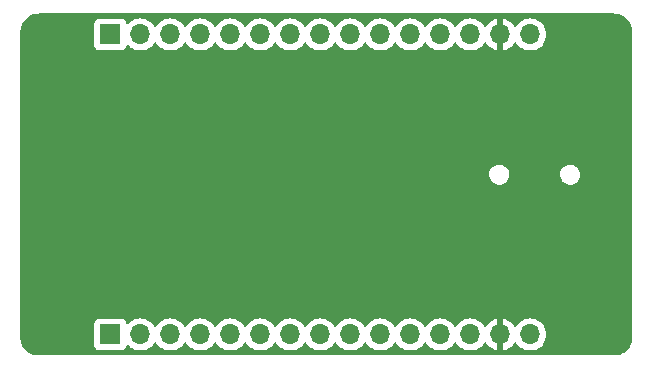
<source format=gbr>
%TF.GenerationSoftware,KiCad,Pcbnew,7.0.9*%
%TF.CreationDate,2023-12-17T12:43:31-08:00*%
%TF.ProjectId,bt_aux,62745f61-7578-42e6-9b69-6361645f7063,rev?*%
%TF.SameCoordinates,Original*%
%TF.FileFunction,Copper,L2,Bot*%
%TF.FilePolarity,Positive*%
%FSLAX46Y46*%
G04 Gerber Fmt 4.6, Leading zero omitted, Abs format (unit mm)*
G04 Created by KiCad (PCBNEW 7.0.9) date 2023-12-17 12:43:31*
%MOMM*%
%LPD*%
G01*
G04 APERTURE LIST*
%TA.AperFunction,ComponentPad*%
%ADD10R,1.700000X1.700000*%
%TD*%
%TA.AperFunction,ComponentPad*%
%ADD11O,1.700000X1.700000*%
%TD*%
%TA.AperFunction,ViaPad*%
%ADD12C,0.800000*%
%TD*%
G04 APERTURE END LIST*
D10*
%TO.P,J1,1,Pin_1*%
%TO.N,unconnected-(J1-Pin_1-Pad1)*%
X127762000Y-116840000D03*
D11*
%TO.P,J1,2,Pin_2*%
%TO.N,unconnected-(J1-Pin_2-Pad2)*%
X130302000Y-116840000D03*
%TO.P,J1,3,Pin_3*%
%TO.N,unconnected-(J1-Pin_3-Pad3)*%
X132842000Y-116840000D03*
%TO.P,J1,4,Pin_4*%
%TO.N,unconnected-(J1-Pin_4-Pad4)*%
X135382000Y-116840000D03*
%TO.P,J1,5,Pin_5*%
%TO.N,unconnected-(J1-Pin_5-Pad5)*%
X137922000Y-116840000D03*
%TO.P,J1,6,Pin_6*%
%TO.N,unconnected-(J1-Pin_6-Pad6)*%
X140462000Y-116840000D03*
%TO.P,J1,7,Pin_7*%
%TO.N,unconnected-(J1-Pin_7-Pad7)*%
X143002000Y-116840000D03*
%TO.P,J1,8,Pin_8*%
%TO.N,unconnected-(J1-Pin_8-Pad8)*%
X145542000Y-116840000D03*
%TO.P,J1,9,Pin_9*%
%TO.N,unconnected-(J1-Pin_9-Pad9)*%
X148082000Y-116840000D03*
%TO.P,J1,10,Pin_10*%
%TO.N,unconnected-(J1-Pin_10-Pad10)*%
X150622000Y-116840000D03*
%TO.P,J1,11,Pin_11*%
%TO.N,unconnected-(J1-Pin_11-Pad11)*%
X153162000Y-116840000D03*
%TO.P,J1,12,Pin_12*%
%TO.N,unconnected-(J1-Pin_12-Pad12)*%
X155702000Y-116840000D03*
%TO.P,J1,13,Pin_13*%
%TO.N,unconnected-(J1-Pin_13-Pad13)*%
X158242000Y-116840000D03*
%TO.P,J1,14,Pin_14*%
%TO.N,GND*%
X160782000Y-116840000D03*
%TO.P,J1,15,Pin_15*%
%TO.N,unconnected-(J1-Pin_15-Pad15)*%
X163322000Y-116840000D03*
%TD*%
D10*
%TO.P,J2,1,Pin_1*%
%TO.N,/lrck*%
X127762000Y-91440000D03*
D11*
%TO.P,J2,2,Pin_2*%
%TO.N,/din*%
X130302000Y-91440000D03*
%TO.P,J2,3,Pin_3*%
%TO.N,unconnected-(J2-Pin_3-Pad3)*%
X132842000Y-91440000D03*
%TO.P,J2,4,Pin_4*%
%TO.N,unconnected-(J2-Pin_4-Pad4)*%
X135382000Y-91440000D03*
%TO.P,J2,5,Pin_5*%
%TO.N,/bck*%
X137922000Y-91440000D03*
%TO.P,J2,6,Pin_6*%
%TO.N,/sck*%
X140462000Y-91440000D03*
%TO.P,J2,7,Pin_7*%
%TO.N,unconnected-(J2-Pin_7-Pad7)*%
X143002000Y-91440000D03*
%TO.P,J2,8,Pin_8*%
%TO.N,unconnected-(J2-Pin_8-Pad8)*%
X145542000Y-91440000D03*
%TO.P,J2,9,Pin_9*%
%TO.N,unconnected-(J2-Pin_9-Pad9)*%
X148082000Y-91440000D03*
%TO.P,J2,10,Pin_10*%
%TO.N,unconnected-(J2-Pin_10-Pad10)*%
X150622000Y-91440000D03*
%TO.P,J2,11,Pin_11*%
%TO.N,unconnected-(J2-Pin_11-Pad11)*%
X153162000Y-91440000D03*
%TO.P,J2,12,Pin_12*%
%TO.N,unconnected-(J2-Pin_12-Pad12)*%
X155702000Y-91440000D03*
%TO.P,J2,13,Pin_13*%
%TO.N,unconnected-(J2-Pin_13-Pad13)*%
X158242000Y-91440000D03*
%TO.P,J2,14,Pin_14*%
%TO.N,GND*%
X160782000Y-91440000D03*
%TO.P,J2,15,Pin_15*%
%TO.N,+3.3V*%
X163322000Y-91440000D03*
%TD*%
D12*
%TO.N,GND*%
X142240000Y-112776000D03*
X124206000Y-112776000D03*
X129540000Y-107442000D03*
X142240000Y-98044000D03*
X147320000Y-107188000D03*
X168402000Y-99568000D03*
X154940000Y-109220000D03*
X150368000Y-113030000D03*
X123952000Y-103886000D03*
X134874000Y-98298000D03*
X124460000Y-108204000D03*
X143002000Y-107696000D03*
X134874000Y-103632000D03*
X154940000Y-101092000D03*
X134874000Y-101346000D03*
%TD*%
%TA.AperFunction,Conductor*%
%TO.N,GND*%
G36*
X170433953Y-89663175D02*
G01*
X170439584Y-89663507D01*
X170487936Y-89666357D01*
X170503729Y-89667487D01*
X170521497Y-89668886D01*
X170553204Y-89671383D01*
X170669261Y-89685118D01*
X170674037Y-89685873D01*
X170786279Y-89708199D01*
X170791000Y-89709333D01*
X170901147Y-89740398D01*
X170905776Y-89741901D01*
X171013135Y-89781508D01*
X171017616Y-89783364D01*
X171054429Y-89800335D01*
X171121544Y-89831276D01*
X171125883Y-89833487D01*
X171225717Y-89889398D01*
X171229869Y-89891942D01*
X171324995Y-89955504D01*
X171328935Y-89958366D01*
X171418789Y-90029201D01*
X171422492Y-90032363D01*
X171501001Y-90104936D01*
X171506519Y-90110036D01*
X171509959Y-90113476D01*
X171540214Y-90146206D01*
X171587635Y-90197506D01*
X171590798Y-90201210D01*
X171661637Y-90291069D01*
X171664492Y-90294998D01*
X171699682Y-90347664D01*
X171728063Y-90390139D01*
X171730602Y-90394281D01*
X171780017Y-90482517D01*
X171786512Y-90494115D01*
X171788723Y-90498454D01*
X171836632Y-90602376D01*
X171838496Y-90606876D01*
X171878097Y-90714221D01*
X171879601Y-90718852D01*
X171910666Y-90828999D01*
X171911803Y-90833735D01*
X171934121Y-90945938D01*
X171934883Y-90950748D01*
X171948619Y-91066796D01*
X171952518Y-91116354D01*
X171953637Y-91131995D01*
X171956825Y-91186047D01*
X171957500Y-91220417D01*
X171957500Y-117059582D01*
X171956825Y-117093953D01*
X171953637Y-117148005D01*
X171952518Y-117163644D01*
X171948619Y-117213204D01*
X171934883Y-117329251D01*
X171934121Y-117334061D01*
X171911799Y-117446282D01*
X171910662Y-117451018D01*
X171879604Y-117561139D01*
X171878100Y-117565771D01*
X171838496Y-117673123D01*
X171836632Y-117677622D01*
X171788728Y-117781534D01*
X171786517Y-117785874D01*
X171730604Y-117885712D01*
X171728060Y-117889864D01*
X171664495Y-117984995D01*
X171661633Y-117988935D01*
X171590798Y-118078790D01*
X171587635Y-118082493D01*
X171509957Y-118166525D01*
X171506513Y-118169968D01*
X171422493Y-118247635D01*
X171418790Y-118250798D01*
X171328930Y-118321637D01*
X171324990Y-118324500D01*
X171229858Y-118388064D01*
X171225705Y-118390609D01*
X171125873Y-118446517D01*
X171121534Y-118448728D01*
X171017622Y-118496632D01*
X171013123Y-118498496D01*
X170905771Y-118538100D01*
X170901139Y-118539604D01*
X170791018Y-118570662D01*
X170786282Y-118571799D01*
X170674061Y-118594121D01*
X170669251Y-118594883D01*
X170578079Y-118605674D01*
X170553203Y-118608619D01*
X170549571Y-118608904D01*
X170503644Y-118612518D01*
X170488005Y-118613637D01*
X170433953Y-118616825D01*
X170399582Y-118617500D01*
X121700418Y-118617500D01*
X121666047Y-118616825D01*
X121611995Y-118613637D01*
X121596354Y-118612518D01*
X121551052Y-118608953D01*
X121546797Y-118608619D01*
X121515132Y-118604871D01*
X121430748Y-118594883D01*
X121425938Y-118594121D01*
X121313717Y-118571799D01*
X121308981Y-118570662D01*
X121198860Y-118539604D01*
X121194228Y-118538100D01*
X121086876Y-118498496D01*
X121082377Y-118496632D01*
X120978465Y-118448728D01*
X120974126Y-118446517D01*
X120874294Y-118390609D01*
X120870141Y-118388064D01*
X120840111Y-118367999D01*
X120774998Y-118324492D01*
X120771069Y-118321637D01*
X120681209Y-118250798D01*
X120677506Y-118247635D01*
X120593474Y-118169957D01*
X120590031Y-118166513D01*
X120512364Y-118082493D01*
X120509201Y-118078790D01*
X120438362Y-117988930D01*
X120435503Y-117984995D01*
X120371934Y-117889856D01*
X120369390Y-117885705D01*
X120313482Y-117785873D01*
X120311271Y-117781534D01*
X120291142Y-117737870D01*
X126411500Y-117737870D01*
X126411501Y-117737876D01*
X126417908Y-117797483D01*
X126468202Y-117932328D01*
X126468206Y-117932335D01*
X126554452Y-118047544D01*
X126554455Y-118047547D01*
X126669664Y-118133793D01*
X126669671Y-118133797D01*
X126804517Y-118184091D01*
X126804516Y-118184091D01*
X126811444Y-118184835D01*
X126864127Y-118190500D01*
X128659872Y-118190499D01*
X128719483Y-118184091D01*
X128854331Y-118133796D01*
X128969546Y-118047546D01*
X129055796Y-117932331D01*
X129104810Y-117800916D01*
X129146681Y-117744984D01*
X129212145Y-117720566D01*
X129280418Y-117735417D01*
X129308673Y-117756569D01*
X129430599Y-117878495D01*
X129527384Y-117946265D01*
X129624165Y-118014032D01*
X129624167Y-118014033D01*
X129624170Y-118014035D01*
X129838337Y-118113903D01*
X130066592Y-118175063D01*
X130243034Y-118190500D01*
X130301999Y-118195659D01*
X130302000Y-118195659D01*
X130302001Y-118195659D01*
X130360966Y-118190500D01*
X130537408Y-118175063D01*
X130765663Y-118113903D01*
X130979830Y-118014035D01*
X131173401Y-117878495D01*
X131340495Y-117711401D01*
X131470425Y-117525842D01*
X131525002Y-117482217D01*
X131594500Y-117475023D01*
X131656855Y-117506546D01*
X131673575Y-117525842D01*
X131803500Y-117711395D01*
X131803505Y-117711401D01*
X131970599Y-117878495D01*
X132067384Y-117946265D01*
X132164165Y-118014032D01*
X132164167Y-118014033D01*
X132164170Y-118014035D01*
X132378337Y-118113903D01*
X132606592Y-118175063D01*
X132783034Y-118190500D01*
X132841999Y-118195659D01*
X132842000Y-118195659D01*
X132842001Y-118195659D01*
X132900966Y-118190500D01*
X133077408Y-118175063D01*
X133305663Y-118113903D01*
X133519830Y-118014035D01*
X133713401Y-117878495D01*
X133880495Y-117711401D01*
X134010425Y-117525842D01*
X134065002Y-117482217D01*
X134134500Y-117475023D01*
X134196855Y-117506546D01*
X134213575Y-117525842D01*
X134343500Y-117711395D01*
X134343505Y-117711401D01*
X134510599Y-117878495D01*
X134607384Y-117946265D01*
X134704165Y-118014032D01*
X134704167Y-118014033D01*
X134704170Y-118014035D01*
X134918337Y-118113903D01*
X135146592Y-118175063D01*
X135323034Y-118190500D01*
X135381999Y-118195659D01*
X135382000Y-118195659D01*
X135382001Y-118195659D01*
X135440966Y-118190500D01*
X135617408Y-118175063D01*
X135845663Y-118113903D01*
X136059830Y-118014035D01*
X136253401Y-117878495D01*
X136420495Y-117711401D01*
X136550425Y-117525842D01*
X136605002Y-117482217D01*
X136674500Y-117475023D01*
X136736855Y-117506546D01*
X136753575Y-117525842D01*
X136883500Y-117711395D01*
X136883505Y-117711401D01*
X137050599Y-117878495D01*
X137147384Y-117946265D01*
X137244165Y-118014032D01*
X137244167Y-118014033D01*
X137244170Y-118014035D01*
X137458337Y-118113903D01*
X137686592Y-118175063D01*
X137863034Y-118190500D01*
X137921999Y-118195659D01*
X137922000Y-118195659D01*
X137922001Y-118195659D01*
X137980966Y-118190500D01*
X138157408Y-118175063D01*
X138385663Y-118113903D01*
X138599830Y-118014035D01*
X138793401Y-117878495D01*
X138960495Y-117711401D01*
X139090425Y-117525842D01*
X139145002Y-117482217D01*
X139214500Y-117475023D01*
X139276855Y-117506546D01*
X139293575Y-117525842D01*
X139423500Y-117711395D01*
X139423505Y-117711401D01*
X139590599Y-117878495D01*
X139687384Y-117946265D01*
X139784165Y-118014032D01*
X139784167Y-118014033D01*
X139784170Y-118014035D01*
X139998337Y-118113903D01*
X140226592Y-118175063D01*
X140403034Y-118190500D01*
X140461999Y-118195659D01*
X140462000Y-118195659D01*
X140462001Y-118195659D01*
X140520966Y-118190500D01*
X140697408Y-118175063D01*
X140925663Y-118113903D01*
X141139830Y-118014035D01*
X141333401Y-117878495D01*
X141500495Y-117711401D01*
X141630425Y-117525842D01*
X141685002Y-117482217D01*
X141754500Y-117475023D01*
X141816855Y-117506546D01*
X141833575Y-117525842D01*
X141963500Y-117711395D01*
X141963505Y-117711401D01*
X142130599Y-117878495D01*
X142227384Y-117946265D01*
X142324165Y-118014032D01*
X142324167Y-118014033D01*
X142324170Y-118014035D01*
X142538337Y-118113903D01*
X142766592Y-118175063D01*
X142943034Y-118190500D01*
X143001999Y-118195659D01*
X143002000Y-118195659D01*
X143002001Y-118195659D01*
X143060966Y-118190500D01*
X143237408Y-118175063D01*
X143465663Y-118113903D01*
X143679830Y-118014035D01*
X143873401Y-117878495D01*
X144040495Y-117711401D01*
X144170425Y-117525842D01*
X144225002Y-117482217D01*
X144294500Y-117475023D01*
X144356855Y-117506546D01*
X144373575Y-117525842D01*
X144503500Y-117711395D01*
X144503505Y-117711401D01*
X144670599Y-117878495D01*
X144767384Y-117946265D01*
X144864165Y-118014032D01*
X144864167Y-118014033D01*
X144864170Y-118014035D01*
X145078337Y-118113903D01*
X145306592Y-118175063D01*
X145483034Y-118190500D01*
X145541999Y-118195659D01*
X145542000Y-118195659D01*
X145542001Y-118195659D01*
X145600966Y-118190500D01*
X145777408Y-118175063D01*
X146005663Y-118113903D01*
X146219830Y-118014035D01*
X146413401Y-117878495D01*
X146580495Y-117711401D01*
X146710425Y-117525842D01*
X146765002Y-117482217D01*
X146834500Y-117475023D01*
X146896855Y-117506546D01*
X146913575Y-117525842D01*
X147043500Y-117711395D01*
X147043505Y-117711401D01*
X147210599Y-117878495D01*
X147307384Y-117946265D01*
X147404165Y-118014032D01*
X147404167Y-118014033D01*
X147404170Y-118014035D01*
X147618337Y-118113903D01*
X147846592Y-118175063D01*
X148023034Y-118190500D01*
X148081999Y-118195659D01*
X148082000Y-118195659D01*
X148082001Y-118195659D01*
X148140966Y-118190500D01*
X148317408Y-118175063D01*
X148545663Y-118113903D01*
X148759830Y-118014035D01*
X148953401Y-117878495D01*
X149120495Y-117711401D01*
X149250425Y-117525842D01*
X149305002Y-117482217D01*
X149374500Y-117475023D01*
X149436855Y-117506546D01*
X149453575Y-117525842D01*
X149583500Y-117711395D01*
X149583505Y-117711401D01*
X149750599Y-117878495D01*
X149847384Y-117946265D01*
X149944165Y-118014032D01*
X149944167Y-118014033D01*
X149944170Y-118014035D01*
X150158337Y-118113903D01*
X150386592Y-118175063D01*
X150563034Y-118190500D01*
X150621999Y-118195659D01*
X150622000Y-118195659D01*
X150622001Y-118195659D01*
X150680966Y-118190500D01*
X150857408Y-118175063D01*
X151085663Y-118113903D01*
X151299830Y-118014035D01*
X151493401Y-117878495D01*
X151660495Y-117711401D01*
X151790425Y-117525842D01*
X151845002Y-117482217D01*
X151914500Y-117475023D01*
X151976855Y-117506546D01*
X151993575Y-117525842D01*
X152123500Y-117711395D01*
X152123505Y-117711401D01*
X152290599Y-117878495D01*
X152387384Y-117946265D01*
X152484165Y-118014032D01*
X152484167Y-118014033D01*
X152484170Y-118014035D01*
X152698337Y-118113903D01*
X152926592Y-118175063D01*
X153103034Y-118190500D01*
X153161999Y-118195659D01*
X153162000Y-118195659D01*
X153162001Y-118195659D01*
X153220966Y-118190500D01*
X153397408Y-118175063D01*
X153625663Y-118113903D01*
X153839830Y-118014035D01*
X154033401Y-117878495D01*
X154200495Y-117711401D01*
X154330425Y-117525842D01*
X154385002Y-117482217D01*
X154454500Y-117475023D01*
X154516855Y-117506546D01*
X154533575Y-117525842D01*
X154663500Y-117711395D01*
X154663505Y-117711401D01*
X154830599Y-117878495D01*
X154927384Y-117946265D01*
X155024165Y-118014032D01*
X155024167Y-118014033D01*
X155024170Y-118014035D01*
X155238337Y-118113903D01*
X155466592Y-118175063D01*
X155643034Y-118190500D01*
X155701999Y-118195659D01*
X155702000Y-118195659D01*
X155702001Y-118195659D01*
X155760966Y-118190500D01*
X155937408Y-118175063D01*
X156165663Y-118113903D01*
X156379830Y-118014035D01*
X156573401Y-117878495D01*
X156740495Y-117711401D01*
X156870425Y-117525842D01*
X156925002Y-117482217D01*
X156994500Y-117475023D01*
X157056855Y-117506546D01*
X157073575Y-117525842D01*
X157203500Y-117711395D01*
X157203505Y-117711401D01*
X157370599Y-117878495D01*
X157467384Y-117946265D01*
X157564165Y-118014032D01*
X157564167Y-118014033D01*
X157564170Y-118014035D01*
X157778337Y-118113903D01*
X158006592Y-118175063D01*
X158183034Y-118190500D01*
X158241999Y-118195659D01*
X158242000Y-118195659D01*
X158242001Y-118195659D01*
X158300966Y-118190500D01*
X158477408Y-118175063D01*
X158705663Y-118113903D01*
X158919830Y-118014035D01*
X159113401Y-117878495D01*
X159280495Y-117711401D01*
X159410730Y-117525405D01*
X159465307Y-117481781D01*
X159534805Y-117474587D01*
X159597160Y-117506110D01*
X159613879Y-117525405D01*
X159743890Y-117711078D01*
X159910917Y-117878105D01*
X160104421Y-118013600D01*
X160318507Y-118113429D01*
X160318516Y-118113433D01*
X160532000Y-118170634D01*
X160532000Y-117275501D01*
X160639685Y-117324680D01*
X160746237Y-117340000D01*
X160817763Y-117340000D01*
X160924315Y-117324680D01*
X161032000Y-117275501D01*
X161032000Y-118170633D01*
X161245483Y-118113433D01*
X161245492Y-118113429D01*
X161459578Y-118013600D01*
X161653082Y-117878105D01*
X161820105Y-117711082D01*
X161950119Y-117525405D01*
X162004696Y-117481781D01*
X162074195Y-117474588D01*
X162136549Y-117506110D01*
X162153269Y-117525405D01*
X162283505Y-117711401D01*
X162450599Y-117878495D01*
X162547384Y-117946265D01*
X162644165Y-118014032D01*
X162644167Y-118014033D01*
X162644170Y-118014035D01*
X162858337Y-118113903D01*
X163086592Y-118175063D01*
X163263034Y-118190500D01*
X163321999Y-118195659D01*
X163322000Y-118195659D01*
X163322001Y-118195659D01*
X163380966Y-118190500D01*
X163557408Y-118175063D01*
X163785663Y-118113903D01*
X163999830Y-118014035D01*
X164193401Y-117878495D01*
X164360495Y-117711401D01*
X164496035Y-117517830D01*
X164595903Y-117303663D01*
X164657063Y-117075408D01*
X164677659Y-116840000D01*
X164657063Y-116604592D01*
X164595903Y-116376337D01*
X164496035Y-116162171D01*
X164490731Y-116154595D01*
X164360494Y-115968597D01*
X164193402Y-115801506D01*
X164193395Y-115801501D01*
X163999834Y-115665967D01*
X163999830Y-115665965D01*
X163999828Y-115665964D01*
X163785663Y-115566097D01*
X163785659Y-115566096D01*
X163785655Y-115566094D01*
X163557413Y-115504938D01*
X163557403Y-115504936D01*
X163322001Y-115484341D01*
X163321999Y-115484341D01*
X163086596Y-115504936D01*
X163086586Y-115504938D01*
X162858344Y-115566094D01*
X162858335Y-115566098D01*
X162644171Y-115665964D01*
X162644169Y-115665965D01*
X162450597Y-115801505D01*
X162283508Y-115968594D01*
X162153269Y-116154595D01*
X162098692Y-116198219D01*
X162029193Y-116205412D01*
X161966839Y-116173890D01*
X161950119Y-116154594D01*
X161820113Y-115968926D01*
X161820108Y-115968920D01*
X161653082Y-115801894D01*
X161459578Y-115666399D01*
X161245492Y-115566570D01*
X161245486Y-115566567D01*
X161032000Y-115509364D01*
X161032000Y-116404498D01*
X160924315Y-116355320D01*
X160817763Y-116340000D01*
X160746237Y-116340000D01*
X160639685Y-116355320D01*
X160532000Y-116404498D01*
X160532000Y-115509364D01*
X160531999Y-115509364D01*
X160318513Y-115566567D01*
X160318507Y-115566570D01*
X160104422Y-115666399D01*
X160104420Y-115666400D01*
X159910926Y-115801886D01*
X159910920Y-115801891D01*
X159743891Y-115968920D01*
X159743890Y-115968922D01*
X159613880Y-116154595D01*
X159559303Y-116198219D01*
X159489804Y-116205412D01*
X159427450Y-116173890D01*
X159410730Y-116154594D01*
X159280494Y-115968597D01*
X159113402Y-115801506D01*
X159113395Y-115801501D01*
X158919834Y-115665967D01*
X158919830Y-115665965D01*
X158919828Y-115665964D01*
X158705663Y-115566097D01*
X158705659Y-115566096D01*
X158705655Y-115566094D01*
X158477413Y-115504938D01*
X158477403Y-115504936D01*
X158242001Y-115484341D01*
X158241999Y-115484341D01*
X158006596Y-115504936D01*
X158006586Y-115504938D01*
X157778344Y-115566094D01*
X157778335Y-115566098D01*
X157564171Y-115665964D01*
X157564169Y-115665965D01*
X157370597Y-115801505D01*
X157203505Y-115968597D01*
X157073575Y-116154158D01*
X157018998Y-116197783D01*
X156949500Y-116204977D01*
X156887145Y-116173454D01*
X156870425Y-116154158D01*
X156740494Y-115968597D01*
X156573402Y-115801506D01*
X156573395Y-115801501D01*
X156379834Y-115665967D01*
X156379830Y-115665965D01*
X156379828Y-115665964D01*
X156165663Y-115566097D01*
X156165659Y-115566096D01*
X156165655Y-115566094D01*
X155937413Y-115504938D01*
X155937403Y-115504936D01*
X155702001Y-115484341D01*
X155701999Y-115484341D01*
X155466596Y-115504936D01*
X155466586Y-115504938D01*
X155238344Y-115566094D01*
X155238335Y-115566098D01*
X155024171Y-115665964D01*
X155024169Y-115665965D01*
X154830597Y-115801505D01*
X154663505Y-115968597D01*
X154533575Y-116154158D01*
X154478998Y-116197783D01*
X154409500Y-116204977D01*
X154347145Y-116173454D01*
X154330425Y-116154158D01*
X154200494Y-115968597D01*
X154033402Y-115801506D01*
X154033395Y-115801501D01*
X153839834Y-115665967D01*
X153839830Y-115665965D01*
X153839828Y-115665964D01*
X153625663Y-115566097D01*
X153625659Y-115566096D01*
X153625655Y-115566094D01*
X153397413Y-115504938D01*
X153397403Y-115504936D01*
X153162001Y-115484341D01*
X153161999Y-115484341D01*
X152926596Y-115504936D01*
X152926586Y-115504938D01*
X152698344Y-115566094D01*
X152698335Y-115566098D01*
X152484171Y-115665964D01*
X152484169Y-115665965D01*
X152290597Y-115801505D01*
X152123505Y-115968597D01*
X151993575Y-116154158D01*
X151938998Y-116197783D01*
X151869500Y-116204977D01*
X151807145Y-116173454D01*
X151790425Y-116154158D01*
X151660494Y-115968597D01*
X151493402Y-115801506D01*
X151493395Y-115801501D01*
X151299834Y-115665967D01*
X151299830Y-115665965D01*
X151299828Y-115665964D01*
X151085663Y-115566097D01*
X151085659Y-115566096D01*
X151085655Y-115566094D01*
X150857413Y-115504938D01*
X150857403Y-115504936D01*
X150622001Y-115484341D01*
X150621999Y-115484341D01*
X150386596Y-115504936D01*
X150386586Y-115504938D01*
X150158344Y-115566094D01*
X150158335Y-115566098D01*
X149944171Y-115665964D01*
X149944169Y-115665965D01*
X149750597Y-115801505D01*
X149583505Y-115968597D01*
X149453575Y-116154158D01*
X149398998Y-116197783D01*
X149329500Y-116204977D01*
X149267145Y-116173454D01*
X149250425Y-116154158D01*
X149120494Y-115968597D01*
X148953402Y-115801506D01*
X148953395Y-115801501D01*
X148759834Y-115665967D01*
X148759830Y-115665965D01*
X148759828Y-115665964D01*
X148545663Y-115566097D01*
X148545659Y-115566096D01*
X148545655Y-115566094D01*
X148317413Y-115504938D01*
X148317403Y-115504936D01*
X148082001Y-115484341D01*
X148081999Y-115484341D01*
X147846596Y-115504936D01*
X147846586Y-115504938D01*
X147618344Y-115566094D01*
X147618335Y-115566098D01*
X147404171Y-115665964D01*
X147404169Y-115665965D01*
X147210597Y-115801505D01*
X147043505Y-115968597D01*
X146913575Y-116154158D01*
X146858998Y-116197783D01*
X146789500Y-116204977D01*
X146727145Y-116173454D01*
X146710425Y-116154158D01*
X146580494Y-115968597D01*
X146413402Y-115801506D01*
X146413395Y-115801501D01*
X146219834Y-115665967D01*
X146219830Y-115665965D01*
X146219828Y-115665964D01*
X146005663Y-115566097D01*
X146005659Y-115566096D01*
X146005655Y-115566094D01*
X145777413Y-115504938D01*
X145777403Y-115504936D01*
X145542001Y-115484341D01*
X145541999Y-115484341D01*
X145306596Y-115504936D01*
X145306586Y-115504938D01*
X145078344Y-115566094D01*
X145078335Y-115566098D01*
X144864171Y-115665964D01*
X144864169Y-115665965D01*
X144670597Y-115801505D01*
X144503505Y-115968597D01*
X144373575Y-116154158D01*
X144318998Y-116197783D01*
X144249500Y-116204977D01*
X144187145Y-116173454D01*
X144170425Y-116154158D01*
X144040494Y-115968597D01*
X143873402Y-115801506D01*
X143873395Y-115801501D01*
X143679834Y-115665967D01*
X143679830Y-115665965D01*
X143679828Y-115665964D01*
X143465663Y-115566097D01*
X143465659Y-115566096D01*
X143465655Y-115566094D01*
X143237413Y-115504938D01*
X143237403Y-115504936D01*
X143002001Y-115484341D01*
X143001999Y-115484341D01*
X142766596Y-115504936D01*
X142766586Y-115504938D01*
X142538344Y-115566094D01*
X142538335Y-115566098D01*
X142324171Y-115665964D01*
X142324169Y-115665965D01*
X142130597Y-115801505D01*
X141963505Y-115968597D01*
X141833575Y-116154158D01*
X141778998Y-116197783D01*
X141709500Y-116204977D01*
X141647145Y-116173454D01*
X141630425Y-116154158D01*
X141500494Y-115968597D01*
X141333402Y-115801506D01*
X141333395Y-115801501D01*
X141139834Y-115665967D01*
X141139830Y-115665965D01*
X141139828Y-115665964D01*
X140925663Y-115566097D01*
X140925659Y-115566096D01*
X140925655Y-115566094D01*
X140697413Y-115504938D01*
X140697403Y-115504936D01*
X140462001Y-115484341D01*
X140461999Y-115484341D01*
X140226596Y-115504936D01*
X140226586Y-115504938D01*
X139998344Y-115566094D01*
X139998335Y-115566098D01*
X139784171Y-115665964D01*
X139784169Y-115665965D01*
X139590597Y-115801505D01*
X139423505Y-115968597D01*
X139293575Y-116154158D01*
X139238998Y-116197783D01*
X139169500Y-116204977D01*
X139107145Y-116173454D01*
X139090425Y-116154158D01*
X138960494Y-115968597D01*
X138793402Y-115801506D01*
X138793395Y-115801501D01*
X138599834Y-115665967D01*
X138599830Y-115665965D01*
X138599828Y-115665964D01*
X138385663Y-115566097D01*
X138385659Y-115566096D01*
X138385655Y-115566094D01*
X138157413Y-115504938D01*
X138157403Y-115504936D01*
X137922001Y-115484341D01*
X137921999Y-115484341D01*
X137686596Y-115504936D01*
X137686586Y-115504938D01*
X137458344Y-115566094D01*
X137458335Y-115566098D01*
X137244171Y-115665964D01*
X137244169Y-115665965D01*
X137050597Y-115801505D01*
X136883505Y-115968597D01*
X136753575Y-116154158D01*
X136698998Y-116197783D01*
X136629500Y-116204977D01*
X136567145Y-116173454D01*
X136550425Y-116154158D01*
X136420494Y-115968597D01*
X136253402Y-115801506D01*
X136253395Y-115801501D01*
X136059834Y-115665967D01*
X136059830Y-115665965D01*
X136059828Y-115665964D01*
X135845663Y-115566097D01*
X135845659Y-115566096D01*
X135845655Y-115566094D01*
X135617413Y-115504938D01*
X135617403Y-115504936D01*
X135382001Y-115484341D01*
X135381999Y-115484341D01*
X135146596Y-115504936D01*
X135146586Y-115504938D01*
X134918344Y-115566094D01*
X134918335Y-115566098D01*
X134704171Y-115665964D01*
X134704169Y-115665965D01*
X134510597Y-115801505D01*
X134343505Y-115968597D01*
X134213575Y-116154158D01*
X134158998Y-116197783D01*
X134089500Y-116204977D01*
X134027145Y-116173454D01*
X134010425Y-116154158D01*
X133880494Y-115968597D01*
X133713402Y-115801506D01*
X133713395Y-115801501D01*
X133519834Y-115665967D01*
X133519830Y-115665965D01*
X133519828Y-115665964D01*
X133305663Y-115566097D01*
X133305659Y-115566096D01*
X133305655Y-115566094D01*
X133077413Y-115504938D01*
X133077403Y-115504936D01*
X132842001Y-115484341D01*
X132841999Y-115484341D01*
X132606596Y-115504936D01*
X132606586Y-115504938D01*
X132378344Y-115566094D01*
X132378335Y-115566098D01*
X132164171Y-115665964D01*
X132164169Y-115665965D01*
X131970597Y-115801505D01*
X131803505Y-115968597D01*
X131673575Y-116154158D01*
X131618998Y-116197783D01*
X131549500Y-116204977D01*
X131487145Y-116173454D01*
X131470425Y-116154158D01*
X131340494Y-115968597D01*
X131173402Y-115801506D01*
X131173395Y-115801501D01*
X130979834Y-115665967D01*
X130979830Y-115665965D01*
X130979828Y-115665964D01*
X130765663Y-115566097D01*
X130765659Y-115566096D01*
X130765655Y-115566094D01*
X130537413Y-115504938D01*
X130537403Y-115504936D01*
X130302001Y-115484341D01*
X130301999Y-115484341D01*
X130066596Y-115504936D01*
X130066586Y-115504938D01*
X129838344Y-115566094D01*
X129838335Y-115566098D01*
X129624171Y-115665964D01*
X129624169Y-115665965D01*
X129430600Y-115801503D01*
X129308673Y-115923430D01*
X129247350Y-115956914D01*
X129177658Y-115951930D01*
X129121725Y-115910058D01*
X129104810Y-115879081D01*
X129055797Y-115747671D01*
X129055793Y-115747664D01*
X128969547Y-115632455D01*
X128969544Y-115632452D01*
X128854335Y-115546206D01*
X128854328Y-115546202D01*
X128719482Y-115495908D01*
X128719483Y-115495908D01*
X128659883Y-115489501D01*
X128659881Y-115489500D01*
X128659873Y-115489500D01*
X128659864Y-115489500D01*
X126864129Y-115489500D01*
X126864123Y-115489501D01*
X126804516Y-115495908D01*
X126669671Y-115546202D01*
X126669664Y-115546206D01*
X126554455Y-115632452D01*
X126554452Y-115632455D01*
X126468206Y-115747664D01*
X126468202Y-115747671D01*
X126417908Y-115882517D01*
X126411501Y-115942116D01*
X126411500Y-115942135D01*
X126411500Y-117737870D01*
X120291142Y-117737870D01*
X120263367Y-117677622D01*
X120261507Y-117673135D01*
X120221895Y-117565759D01*
X120220395Y-117561139D01*
X120189337Y-117451018D01*
X120188200Y-117446283D01*
X120188200Y-117446282D01*
X120165877Y-117334057D01*
X120165118Y-117329261D01*
X120151383Y-117213204D01*
X120147481Y-117163644D01*
X120146357Y-117147936D01*
X120143175Y-117093954D01*
X120142500Y-117059582D01*
X120142500Y-103263685D01*
X159837740Y-103263685D01*
X159847755Y-103448406D01*
X159847755Y-103448411D01*
X159897244Y-103626656D01*
X159897247Y-103626662D01*
X159983898Y-103790102D01*
X160046540Y-103863850D01*
X160103663Y-103931100D01*
X160250936Y-104043054D01*
X160418833Y-104120732D01*
X160418834Y-104120732D01*
X160418836Y-104120733D01*
X160473648Y-104132797D01*
X160599503Y-104160500D01*
X160599506Y-104160500D01*
X160738107Y-104160500D01*
X160738113Y-104160500D01*
X160875910Y-104145514D01*
X161051221Y-104086444D01*
X161209736Y-103991070D01*
X161344041Y-103863849D01*
X161447858Y-103710730D01*
X161516331Y-103538875D01*
X161546260Y-103356317D01*
X161541238Y-103263685D01*
X165837740Y-103263685D01*
X165847755Y-103448406D01*
X165847755Y-103448411D01*
X165897244Y-103626656D01*
X165897247Y-103626662D01*
X165983898Y-103790102D01*
X166046540Y-103863850D01*
X166103663Y-103931100D01*
X166250936Y-104043054D01*
X166418833Y-104120732D01*
X166418834Y-104120732D01*
X166418836Y-104120733D01*
X166473648Y-104132797D01*
X166599503Y-104160500D01*
X166599506Y-104160500D01*
X166738107Y-104160500D01*
X166738113Y-104160500D01*
X166875910Y-104145514D01*
X167051221Y-104086444D01*
X167209736Y-103991070D01*
X167344041Y-103863849D01*
X167447858Y-103710730D01*
X167516331Y-103538875D01*
X167546260Y-103356317D01*
X167536245Y-103171593D01*
X167486754Y-102993341D01*
X167400100Y-102829896D01*
X167337460Y-102756151D01*
X167280337Y-102688900D01*
X167201449Y-102628931D01*
X167133064Y-102576946D01*
X166965167Y-102499268D01*
X166965163Y-102499266D01*
X166784497Y-102459500D01*
X166645887Y-102459500D01*
X166645883Y-102459500D01*
X166508088Y-102474486D01*
X166332776Y-102533557D01*
X166332774Y-102533558D01*
X166174262Y-102628931D01*
X166174261Y-102628932D01*
X166039959Y-102756149D01*
X165936138Y-102909276D01*
X165867669Y-103081122D01*
X165837740Y-103263685D01*
X161541238Y-103263685D01*
X161536245Y-103171593D01*
X161486754Y-102993341D01*
X161400100Y-102829896D01*
X161337460Y-102756151D01*
X161280337Y-102688900D01*
X161201449Y-102628931D01*
X161133064Y-102576946D01*
X160965167Y-102499268D01*
X160965163Y-102499266D01*
X160784497Y-102459500D01*
X160645887Y-102459500D01*
X160645883Y-102459500D01*
X160508088Y-102474486D01*
X160332776Y-102533557D01*
X160332774Y-102533558D01*
X160174262Y-102628931D01*
X160174261Y-102628932D01*
X160039959Y-102756149D01*
X159936138Y-102909276D01*
X159867669Y-103081122D01*
X159837740Y-103263685D01*
X120142500Y-103263685D01*
X120142500Y-92337870D01*
X126411500Y-92337870D01*
X126411501Y-92337876D01*
X126417908Y-92397483D01*
X126468202Y-92532328D01*
X126468206Y-92532335D01*
X126554452Y-92647544D01*
X126554455Y-92647547D01*
X126669664Y-92733793D01*
X126669671Y-92733797D01*
X126804517Y-92784091D01*
X126804516Y-92784091D01*
X126811444Y-92784835D01*
X126864127Y-92790500D01*
X128659872Y-92790499D01*
X128719483Y-92784091D01*
X128854331Y-92733796D01*
X128969546Y-92647546D01*
X129055796Y-92532331D01*
X129104810Y-92400916D01*
X129146681Y-92344984D01*
X129212145Y-92320566D01*
X129280418Y-92335417D01*
X129308673Y-92356569D01*
X129430599Y-92478495D01*
X129527384Y-92546265D01*
X129624165Y-92614032D01*
X129624167Y-92614033D01*
X129624170Y-92614035D01*
X129838337Y-92713903D01*
X130066592Y-92775063D01*
X130243034Y-92790500D01*
X130301999Y-92795659D01*
X130302000Y-92795659D01*
X130302001Y-92795659D01*
X130360966Y-92790500D01*
X130537408Y-92775063D01*
X130765663Y-92713903D01*
X130979830Y-92614035D01*
X131173401Y-92478495D01*
X131340495Y-92311401D01*
X131470425Y-92125842D01*
X131525002Y-92082217D01*
X131594500Y-92075023D01*
X131656855Y-92106546D01*
X131673575Y-92125842D01*
X131803500Y-92311395D01*
X131803505Y-92311401D01*
X131970599Y-92478495D01*
X132067384Y-92546265D01*
X132164165Y-92614032D01*
X132164167Y-92614033D01*
X132164170Y-92614035D01*
X132378337Y-92713903D01*
X132606592Y-92775063D01*
X132783034Y-92790500D01*
X132841999Y-92795659D01*
X132842000Y-92795659D01*
X132842001Y-92795659D01*
X132900966Y-92790500D01*
X133077408Y-92775063D01*
X133305663Y-92713903D01*
X133519830Y-92614035D01*
X133713401Y-92478495D01*
X133880495Y-92311401D01*
X134010425Y-92125842D01*
X134065002Y-92082217D01*
X134134500Y-92075023D01*
X134196855Y-92106546D01*
X134213575Y-92125842D01*
X134343500Y-92311395D01*
X134343505Y-92311401D01*
X134510599Y-92478495D01*
X134607384Y-92546265D01*
X134704165Y-92614032D01*
X134704167Y-92614033D01*
X134704170Y-92614035D01*
X134918337Y-92713903D01*
X135146592Y-92775063D01*
X135323034Y-92790500D01*
X135381999Y-92795659D01*
X135382000Y-92795659D01*
X135382001Y-92795659D01*
X135440966Y-92790500D01*
X135617408Y-92775063D01*
X135845663Y-92713903D01*
X136059830Y-92614035D01*
X136253401Y-92478495D01*
X136420495Y-92311401D01*
X136550425Y-92125842D01*
X136605002Y-92082217D01*
X136674500Y-92075023D01*
X136736855Y-92106546D01*
X136753575Y-92125842D01*
X136883500Y-92311395D01*
X136883505Y-92311401D01*
X137050599Y-92478495D01*
X137147384Y-92546265D01*
X137244165Y-92614032D01*
X137244167Y-92614033D01*
X137244170Y-92614035D01*
X137458337Y-92713903D01*
X137686592Y-92775063D01*
X137863034Y-92790500D01*
X137921999Y-92795659D01*
X137922000Y-92795659D01*
X137922001Y-92795659D01*
X137980966Y-92790500D01*
X138157408Y-92775063D01*
X138385663Y-92713903D01*
X138599830Y-92614035D01*
X138793401Y-92478495D01*
X138960495Y-92311401D01*
X139090425Y-92125842D01*
X139145002Y-92082217D01*
X139214500Y-92075023D01*
X139276855Y-92106546D01*
X139293575Y-92125842D01*
X139423500Y-92311395D01*
X139423505Y-92311401D01*
X139590599Y-92478495D01*
X139687384Y-92546265D01*
X139784165Y-92614032D01*
X139784167Y-92614033D01*
X139784170Y-92614035D01*
X139998337Y-92713903D01*
X140226592Y-92775063D01*
X140403034Y-92790500D01*
X140461999Y-92795659D01*
X140462000Y-92795659D01*
X140462001Y-92795659D01*
X140520966Y-92790500D01*
X140697408Y-92775063D01*
X140925663Y-92713903D01*
X141139830Y-92614035D01*
X141333401Y-92478495D01*
X141500495Y-92311401D01*
X141630425Y-92125842D01*
X141685002Y-92082217D01*
X141754500Y-92075023D01*
X141816855Y-92106546D01*
X141833575Y-92125842D01*
X141963500Y-92311395D01*
X141963505Y-92311401D01*
X142130599Y-92478495D01*
X142227384Y-92546265D01*
X142324165Y-92614032D01*
X142324167Y-92614033D01*
X142324170Y-92614035D01*
X142538337Y-92713903D01*
X142766592Y-92775063D01*
X142943034Y-92790500D01*
X143001999Y-92795659D01*
X143002000Y-92795659D01*
X143002001Y-92795659D01*
X143060966Y-92790500D01*
X143237408Y-92775063D01*
X143465663Y-92713903D01*
X143679830Y-92614035D01*
X143873401Y-92478495D01*
X144040495Y-92311401D01*
X144170425Y-92125842D01*
X144225002Y-92082217D01*
X144294500Y-92075023D01*
X144356855Y-92106546D01*
X144373575Y-92125842D01*
X144503500Y-92311395D01*
X144503505Y-92311401D01*
X144670599Y-92478495D01*
X144767384Y-92546265D01*
X144864165Y-92614032D01*
X144864167Y-92614033D01*
X144864170Y-92614035D01*
X145078337Y-92713903D01*
X145306592Y-92775063D01*
X145483034Y-92790500D01*
X145541999Y-92795659D01*
X145542000Y-92795659D01*
X145542001Y-92795659D01*
X145600966Y-92790500D01*
X145777408Y-92775063D01*
X146005663Y-92713903D01*
X146219830Y-92614035D01*
X146413401Y-92478495D01*
X146580495Y-92311401D01*
X146710425Y-92125842D01*
X146765002Y-92082217D01*
X146834500Y-92075023D01*
X146896855Y-92106546D01*
X146913575Y-92125842D01*
X147043500Y-92311395D01*
X147043505Y-92311401D01*
X147210599Y-92478495D01*
X147307384Y-92546265D01*
X147404165Y-92614032D01*
X147404167Y-92614033D01*
X147404170Y-92614035D01*
X147618337Y-92713903D01*
X147846592Y-92775063D01*
X148023034Y-92790500D01*
X148081999Y-92795659D01*
X148082000Y-92795659D01*
X148082001Y-92795659D01*
X148140966Y-92790500D01*
X148317408Y-92775063D01*
X148545663Y-92713903D01*
X148759830Y-92614035D01*
X148953401Y-92478495D01*
X149120495Y-92311401D01*
X149250425Y-92125842D01*
X149305002Y-92082217D01*
X149374500Y-92075023D01*
X149436855Y-92106546D01*
X149453575Y-92125842D01*
X149583500Y-92311395D01*
X149583505Y-92311401D01*
X149750599Y-92478495D01*
X149847384Y-92546265D01*
X149944165Y-92614032D01*
X149944167Y-92614033D01*
X149944170Y-92614035D01*
X150158337Y-92713903D01*
X150386592Y-92775063D01*
X150563034Y-92790500D01*
X150621999Y-92795659D01*
X150622000Y-92795659D01*
X150622001Y-92795659D01*
X150680966Y-92790500D01*
X150857408Y-92775063D01*
X151085663Y-92713903D01*
X151299830Y-92614035D01*
X151493401Y-92478495D01*
X151660495Y-92311401D01*
X151790425Y-92125842D01*
X151845002Y-92082217D01*
X151914500Y-92075023D01*
X151976855Y-92106546D01*
X151993575Y-92125842D01*
X152123500Y-92311395D01*
X152123505Y-92311401D01*
X152290599Y-92478495D01*
X152387384Y-92546265D01*
X152484165Y-92614032D01*
X152484167Y-92614033D01*
X152484170Y-92614035D01*
X152698337Y-92713903D01*
X152926592Y-92775063D01*
X153103034Y-92790500D01*
X153161999Y-92795659D01*
X153162000Y-92795659D01*
X153162001Y-92795659D01*
X153220966Y-92790500D01*
X153397408Y-92775063D01*
X153625663Y-92713903D01*
X153839830Y-92614035D01*
X154033401Y-92478495D01*
X154200495Y-92311401D01*
X154330425Y-92125842D01*
X154385002Y-92082217D01*
X154454500Y-92075023D01*
X154516855Y-92106546D01*
X154533575Y-92125842D01*
X154663500Y-92311395D01*
X154663505Y-92311401D01*
X154830599Y-92478495D01*
X154927384Y-92546265D01*
X155024165Y-92614032D01*
X155024167Y-92614033D01*
X155024170Y-92614035D01*
X155238337Y-92713903D01*
X155466592Y-92775063D01*
X155643034Y-92790500D01*
X155701999Y-92795659D01*
X155702000Y-92795659D01*
X155702001Y-92795659D01*
X155760966Y-92790500D01*
X155937408Y-92775063D01*
X156165663Y-92713903D01*
X156379830Y-92614035D01*
X156573401Y-92478495D01*
X156740495Y-92311401D01*
X156870425Y-92125842D01*
X156925002Y-92082217D01*
X156994500Y-92075023D01*
X157056855Y-92106546D01*
X157073575Y-92125842D01*
X157203500Y-92311395D01*
X157203505Y-92311401D01*
X157370599Y-92478495D01*
X157467384Y-92546265D01*
X157564165Y-92614032D01*
X157564167Y-92614033D01*
X157564170Y-92614035D01*
X157778337Y-92713903D01*
X158006592Y-92775063D01*
X158183034Y-92790500D01*
X158241999Y-92795659D01*
X158242000Y-92795659D01*
X158242001Y-92795659D01*
X158300966Y-92790500D01*
X158477408Y-92775063D01*
X158705663Y-92713903D01*
X158919830Y-92614035D01*
X159113401Y-92478495D01*
X159280495Y-92311401D01*
X159410730Y-92125405D01*
X159465307Y-92081781D01*
X159534805Y-92074587D01*
X159597160Y-92106110D01*
X159613879Y-92125405D01*
X159743890Y-92311078D01*
X159910917Y-92478105D01*
X160104421Y-92613600D01*
X160318507Y-92713429D01*
X160318516Y-92713433D01*
X160532000Y-92770634D01*
X160532000Y-91875501D01*
X160639685Y-91924680D01*
X160746237Y-91940000D01*
X160817763Y-91940000D01*
X160924315Y-91924680D01*
X161032000Y-91875501D01*
X161032000Y-92770633D01*
X161245483Y-92713433D01*
X161245492Y-92713429D01*
X161459578Y-92613600D01*
X161653082Y-92478105D01*
X161820105Y-92311082D01*
X161950119Y-92125405D01*
X162004696Y-92081781D01*
X162074195Y-92074588D01*
X162136549Y-92106110D01*
X162153269Y-92125405D01*
X162283505Y-92311401D01*
X162450599Y-92478495D01*
X162547384Y-92546265D01*
X162644165Y-92614032D01*
X162644167Y-92614033D01*
X162644170Y-92614035D01*
X162858337Y-92713903D01*
X163086592Y-92775063D01*
X163263034Y-92790500D01*
X163321999Y-92795659D01*
X163322000Y-92795659D01*
X163322001Y-92795659D01*
X163380966Y-92790500D01*
X163557408Y-92775063D01*
X163785663Y-92713903D01*
X163999830Y-92614035D01*
X164193401Y-92478495D01*
X164360495Y-92311401D01*
X164496035Y-92117830D01*
X164595903Y-91903663D01*
X164657063Y-91675408D01*
X164677659Y-91440000D01*
X164657063Y-91204592D01*
X164595903Y-90976337D01*
X164496035Y-90762171D01*
X164492261Y-90756780D01*
X164360494Y-90568597D01*
X164193402Y-90401506D01*
X164193395Y-90401501D01*
X163999834Y-90265967D01*
X163999830Y-90265965D01*
X163999828Y-90265964D01*
X163785663Y-90166097D01*
X163785659Y-90166096D01*
X163785655Y-90166094D01*
X163557413Y-90104938D01*
X163557403Y-90104936D01*
X163322001Y-90084341D01*
X163321999Y-90084341D01*
X163086596Y-90104936D01*
X163086586Y-90104938D01*
X162858344Y-90166094D01*
X162858335Y-90166098D01*
X162644171Y-90265964D01*
X162644169Y-90265965D01*
X162450597Y-90401505D01*
X162283508Y-90568594D01*
X162153269Y-90754595D01*
X162098692Y-90798219D01*
X162029193Y-90805412D01*
X161966839Y-90773890D01*
X161950119Y-90754594D01*
X161820113Y-90568926D01*
X161820108Y-90568920D01*
X161653082Y-90401894D01*
X161459578Y-90266399D01*
X161245492Y-90166570D01*
X161245486Y-90166567D01*
X161032000Y-90109364D01*
X161032000Y-91004498D01*
X160924315Y-90955320D01*
X160817763Y-90940000D01*
X160746237Y-90940000D01*
X160639685Y-90955320D01*
X160532000Y-91004498D01*
X160532000Y-90109364D01*
X160531999Y-90109364D01*
X160318513Y-90166567D01*
X160318507Y-90166570D01*
X160104422Y-90266399D01*
X160104420Y-90266400D01*
X159910926Y-90401886D01*
X159910920Y-90401891D01*
X159743891Y-90568920D01*
X159743890Y-90568922D01*
X159613880Y-90754595D01*
X159559303Y-90798219D01*
X159489804Y-90805412D01*
X159427450Y-90773890D01*
X159410730Y-90754594D01*
X159280494Y-90568597D01*
X159113402Y-90401506D01*
X159113395Y-90401501D01*
X158919834Y-90265967D01*
X158919830Y-90265965D01*
X158919828Y-90265964D01*
X158705663Y-90166097D01*
X158705659Y-90166096D01*
X158705655Y-90166094D01*
X158477413Y-90104938D01*
X158477403Y-90104936D01*
X158242001Y-90084341D01*
X158241999Y-90084341D01*
X158006596Y-90104936D01*
X158006586Y-90104938D01*
X157778344Y-90166094D01*
X157778335Y-90166098D01*
X157564171Y-90265964D01*
X157564169Y-90265965D01*
X157370597Y-90401505D01*
X157203505Y-90568597D01*
X157073575Y-90754158D01*
X157018998Y-90797783D01*
X156949500Y-90804977D01*
X156887145Y-90773454D01*
X156870425Y-90754158D01*
X156740494Y-90568597D01*
X156573402Y-90401506D01*
X156573395Y-90401501D01*
X156379834Y-90265967D01*
X156379830Y-90265965D01*
X156379828Y-90265964D01*
X156165663Y-90166097D01*
X156165659Y-90166096D01*
X156165655Y-90166094D01*
X155937413Y-90104938D01*
X155937403Y-90104936D01*
X155702001Y-90084341D01*
X155701999Y-90084341D01*
X155466596Y-90104936D01*
X155466586Y-90104938D01*
X155238344Y-90166094D01*
X155238335Y-90166098D01*
X155024171Y-90265964D01*
X155024169Y-90265965D01*
X154830597Y-90401505D01*
X154663505Y-90568597D01*
X154533575Y-90754158D01*
X154478998Y-90797783D01*
X154409500Y-90804977D01*
X154347145Y-90773454D01*
X154330425Y-90754158D01*
X154200494Y-90568597D01*
X154033402Y-90401506D01*
X154033395Y-90401501D01*
X153839834Y-90265967D01*
X153839830Y-90265965D01*
X153839828Y-90265964D01*
X153625663Y-90166097D01*
X153625659Y-90166096D01*
X153625655Y-90166094D01*
X153397413Y-90104938D01*
X153397403Y-90104936D01*
X153162001Y-90084341D01*
X153161999Y-90084341D01*
X152926596Y-90104936D01*
X152926586Y-90104938D01*
X152698344Y-90166094D01*
X152698335Y-90166098D01*
X152484171Y-90265964D01*
X152484169Y-90265965D01*
X152290597Y-90401505D01*
X152123505Y-90568597D01*
X151993575Y-90754158D01*
X151938998Y-90797783D01*
X151869500Y-90804977D01*
X151807145Y-90773454D01*
X151790425Y-90754158D01*
X151660494Y-90568597D01*
X151493402Y-90401506D01*
X151493395Y-90401501D01*
X151299834Y-90265967D01*
X151299830Y-90265965D01*
X151299828Y-90265964D01*
X151085663Y-90166097D01*
X151085659Y-90166096D01*
X151085655Y-90166094D01*
X150857413Y-90104938D01*
X150857403Y-90104936D01*
X150622001Y-90084341D01*
X150621999Y-90084341D01*
X150386596Y-90104936D01*
X150386586Y-90104938D01*
X150158344Y-90166094D01*
X150158335Y-90166098D01*
X149944171Y-90265964D01*
X149944169Y-90265965D01*
X149750597Y-90401505D01*
X149583505Y-90568597D01*
X149453575Y-90754158D01*
X149398998Y-90797783D01*
X149329500Y-90804977D01*
X149267145Y-90773454D01*
X149250425Y-90754158D01*
X149120494Y-90568597D01*
X148953402Y-90401506D01*
X148953395Y-90401501D01*
X148759834Y-90265967D01*
X148759830Y-90265965D01*
X148759828Y-90265964D01*
X148545663Y-90166097D01*
X148545659Y-90166096D01*
X148545655Y-90166094D01*
X148317413Y-90104938D01*
X148317403Y-90104936D01*
X148082001Y-90084341D01*
X148081999Y-90084341D01*
X147846596Y-90104936D01*
X147846586Y-90104938D01*
X147618344Y-90166094D01*
X147618335Y-90166098D01*
X147404171Y-90265964D01*
X147404169Y-90265965D01*
X147210597Y-90401505D01*
X147043505Y-90568597D01*
X146913575Y-90754158D01*
X146858998Y-90797783D01*
X146789500Y-90804977D01*
X146727145Y-90773454D01*
X146710425Y-90754158D01*
X146580494Y-90568597D01*
X146413402Y-90401506D01*
X146413395Y-90401501D01*
X146219834Y-90265967D01*
X146219830Y-90265965D01*
X146219828Y-90265964D01*
X146005663Y-90166097D01*
X146005659Y-90166096D01*
X146005655Y-90166094D01*
X145777413Y-90104938D01*
X145777403Y-90104936D01*
X145542001Y-90084341D01*
X145541999Y-90084341D01*
X145306596Y-90104936D01*
X145306586Y-90104938D01*
X145078344Y-90166094D01*
X145078335Y-90166098D01*
X144864171Y-90265964D01*
X144864169Y-90265965D01*
X144670597Y-90401505D01*
X144503505Y-90568597D01*
X144373575Y-90754158D01*
X144318998Y-90797783D01*
X144249500Y-90804977D01*
X144187145Y-90773454D01*
X144170425Y-90754158D01*
X144040494Y-90568597D01*
X143873402Y-90401506D01*
X143873395Y-90401501D01*
X143679834Y-90265967D01*
X143679830Y-90265965D01*
X143679828Y-90265964D01*
X143465663Y-90166097D01*
X143465659Y-90166096D01*
X143465655Y-90166094D01*
X143237413Y-90104938D01*
X143237403Y-90104936D01*
X143002001Y-90084341D01*
X143001999Y-90084341D01*
X142766596Y-90104936D01*
X142766586Y-90104938D01*
X142538344Y-90166094D01*
X142538335Y-90166098D01*
X142324171Y-90265964D01*
X142324169Y-90265965D01*
X142130597Y-90401505D01*
X141963505Y-90568597D01*
X141833575Y-90754158D01*
X141778998Y-90797783D01*
X141709500Y-90804977D01*
X141647145Y-90773454D01*
X141630425Y-90754158D01*
X141500494Y-90568597D01*
X141333402Y-90401506D01*
X141333395Y-90401501D01*
X141139834Y-90265967D01*
X141139830Y-90265965D01*
X141139828Y-90265964D01*
X140925663Y-90166097D01*
X140925659Y-90166096D01*
X140925655Y-90166094D01*
X140697413Y-90104938D01*
X140697403Y-90104936D01*
X140462001Y-90084341D01*
X140461999Y-90084341D01*
X140226596Y-90104936D01*
X140226586Y-90104938D01*
X139998344Y-90166094D01*
X139998335Y-90166098D01*
X139784171Y-90265964D01*
X139784169Y-90265965D01*
X139590597Y-90401505D01*
X139423505Y-90568597D01*
X139293575Y-90754158D01*
X139238998Y-90797783D01*
X139169500Y-90804977D01*
X139107145Y-90773454D01*
X139090425Y-90754158D01*
X138960494Y-90568597D01*
X138793402Y-90401506D01*
X138793395Y-90401501D01*
X138599834Y-90265967D01*
X138599830Y-90265965D01*
X138599828Y-90265964D01*
X138385663Y-90166097D01*
X138385659Y-90166096D01*
X138385655Y-90166094D01*
X138157413Y-90104938D01*
X138157403Y-90104936D01*
X137922001Y-90084341D01*
X137921999Y-90084341D01*
X137686596Y-90104936D01*
X137686586Y-90104938D01*
X137458344Y-90166094D01*
X137458335Y-90166098D01*
X137244171Y-90265964D01*
X137244169Y-90265965D01*
X137050597Y-90401505D01*
X136883505Y-90568597D01*
X136753575Y-90754158D01*
X136698998Y-90797783D01*
X136629500Y-90804977D01*
X136567145Y-90773454D01*
X136550425Y-90754158D01*
X136420494Y-90568597D01*
X136253402Y-90401506D01*
X136253395Y-90401501D01*
X136059834Y-90265967D01*
X136059830Y-90265965D01*
X136059828Y-90265964D01*
X135845663Y-90166097D01*
X135845659Y-90166096D01*
X135845655Y-90166094D01*
X135617413Y-90104938D01*
X135617403Y-90104936D01*
X135382001Y-90084341D01*
X135381999Y-90084341D01*
X135146596Y-90104936D01*
X135146586Y-90104938D01*
X134918344Y-90166094D01*
X134918335Y-90166098D01*
X134704171Y-90265964D01*
X134704169Y-90265965D01*
X134510597Y-90401505D01*
X134343505Y-90568597D01*
X134213575Y-90754158D01*
X134158998Y-90797783D01*
X134089500Y-90804977D01*
X134027145Y-90773454D01*
X134010425Y-90754158D01*
X133880494Y-90568597D01*
X133713402Y-90401506D01*
X133713395Y-90401501D01*
X133519834Y-90265967D01*
X133519830Y-90265965D01*
X133519828Y-90265964D01*
X133305663Y-90166097D01*
X133305659Y-90166096D01*
X133305655Y-90166094D01*
X133077413Y-90104938D01*
X133077403Y-90104936D01*
X132842001Y-90084341D01*
X132841999Y-90084341D01*
X132606596Y-90104936D01*
X132606586Y-90104938D01*
X132378344Y-90166094D01*
X132378335Y-90166098D01*
X132164171Y-90265964D01*
X132164169Y-90265965D01*
X131970597Y-90401505D01*
X131803505Y-90568597D01*
X131673575Y-90754158D01*
X131618998Y-90797783D01*
X131549500Y-90804977D01*
X131487145Y-90773454D01*
X131470425Y-90754158D01*
X131340494Y-90568597D01*
X131173402Y-90401506D01*
X131173395Y-90401501D01*
X130979834Y-90265967D01*
X130979830Y-90265965D01*
X130979828Y-90265964D01*
X130765663Y-90166097D01*
X130765659Y-90166096D01*
X130765655Y-90166094D01*
X130537413Y-90104938D01*
X130537403Y-90104936D01*
X130302001Y-90084341D01*
X130301999Y-90084341D01*
X130066596Y-90104936D01*
X130066586Y-90104938D01*
X129838344Y-90166094D01*
X129838335Y-90166098D01*
X129624171Y-90265964D01*
X129624169Y-90265965D01*
X129430600Y-90401503D01*
X129308673Y-90523430D01*
X129247350Y-90556914D01*
X129177658Y-90551930D01*
X129121725Y-90510058D01*
X129104810Y-90479081D01*
X129055797Y-90347671D01*
X129055793Y-90347664D01*
X128969547Y-90232455D01*
X128969544Y-90232452D01*
X128854335Y-90146206D01*
X128854328Y-90146202D01*
X128719482Y-90095908D01*
X128719483Y-90095908D01*
X128659883Y-90089501D01*
X128659881Y-90089500D01*
X128659873Y-90089500D01*
X128659864Y-90089500D01*
X126864129Y-90089500D01*
X126864123Y-90089501D01*
X126804516Y-90095908D01*
X126669671Y-90146202D01*
X126669664Y-90146206D01*
X126554455Y-90232452D01*
X126554452Y-90232455D01*
X126468206Y-90347664D01*
X126468202Y-90347671D01*
X126417908Y-90482517D01*
X126411501Y-90542116D01*
X126411500Y-90542135D01*
X126411500Y-92337870D01*
X120142500Y-92337870D01*
X120142500Y-91220417D01*
X120143175Y-91186047D01*
X120143475Y-91180947D01*
X120146362Y-91131995D01*
X120147481Y-91116354D01*
X120149015Y-91096859D01*
X120151383Y-91066796D01*
X120165118Y-90950738D01*
X120165872Y-90945966D01*
X120188200Y-90833714D01*
X120189333Y-90828999D01*
X120220398Y-90718852D01*
X120221902Y-90714221D01*
X120261511Y-90606855D01*
X120263367Y-90602377D01*
X120311274Y-90498458D01*
X120313482Y-90494126D01*
X120365136Y-90401891D01*
X120369393Y-90394288D01*
X120371926Y-90390154D01*
X120435518Y-90294981D01*
X120438362Y-90291069D01*
X120457810Y-90266400D01*
X120509201Y-90201210D01*
X120512352Y-90197519D01*
X120590052Y-90113463D01*
X120593463Y-90110052D01*
X120677519Y-90032352D01*
X120681210Y-90029201D01*
X120771069Y-89958362D01*
X120774981Y-89955518D01*
X120870158Y-89891924D01*
X120874262Y-89889408D01*
X120974139Y-89833474D01*
X120978445Y-89831280D01*
X121082391Y-89783360D01*
X121086855Y-89781511D01*
X121194247Y-89741892D01*
X121198854Y-89740396D01*
X121308989Y-89709334D01*
X121313701Y-89708203D01*
X121425946Y-89685876D01*
X121430738Y-89685118D01*
X121546796Y-89671383D01*
X121576859Y-89669015D01*
X121596367Y-89667480D01*
X121612016Y-89666360D01*
X121666046Y-89663175D01*
X121700418Y-89662500D01*
X170399582Y-89662500D01*
X170433953Y-89663175D01*
G37*
%TD.AperFunction*%
%TD*%
M02*

</source>
